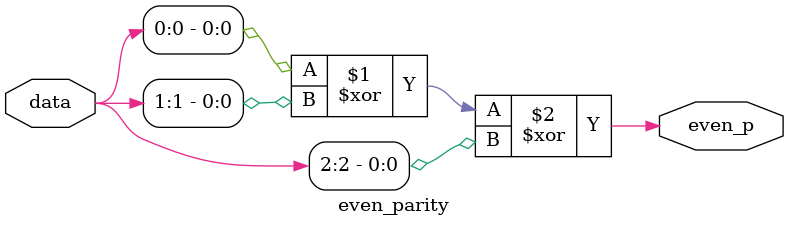
<source format=sv>
`timescale 10ns/1ps

module even_parity(
  				   input [2:0] data,
                   output even_p
					);
	     
  
assign even_p = data[0]^data[1]^data[2];


endmodule
</source>
